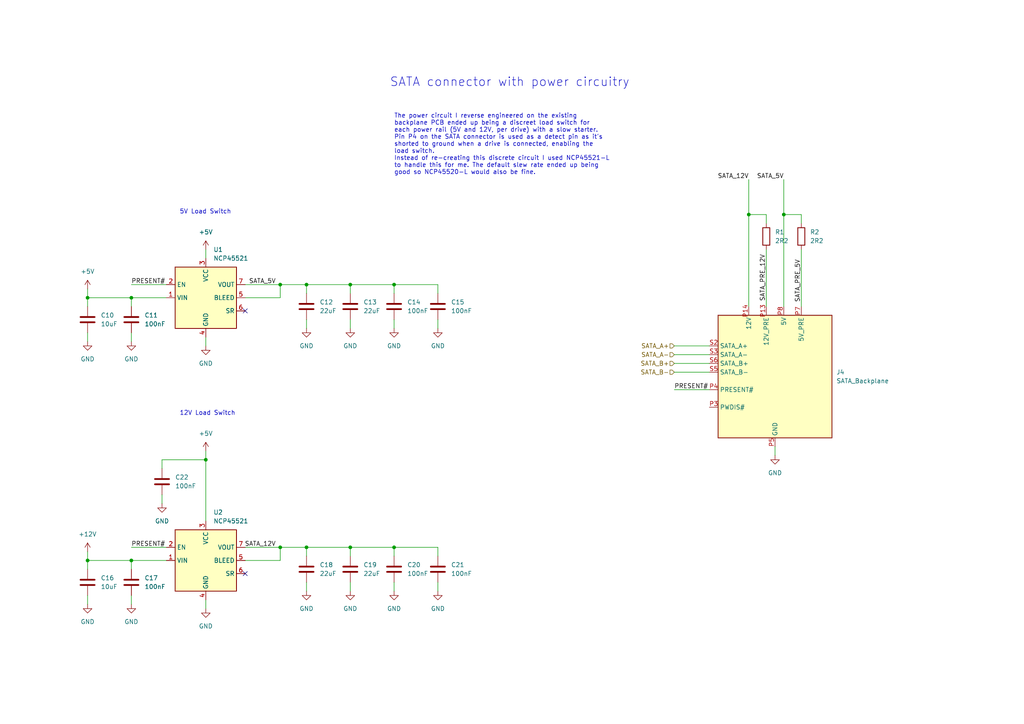
<source format=kicad_sch>
(kicad_sch (version 20230121) (generator eeschema)
  (paper "A4")
  (title_block (title "F3 Backplane SATA") (rev "1.0"))
  (lib_symbols
    (symbol "Connector_Backplane:SATA"
      (property "Reference" "J" (at -15.24 20.32 0))
      (property "Value" "SATA_Backplane" (at 9.398 -19.304 0))
      (symbol "SATA_0_1"
        (rectangle (start -16.51 17.78) (end 16.51 -17.78) (stroke (width 0.254)) (fill (type background)))
      )
      (symbol "SATA_1_1"
        (pin input line (at 0 -20.32 90) (length 2.54) hide (name "GND") (number "P10"))
        (pin input line (at 0 -20.32 90) (length 2.54) hide (name "GND") (number "P12"))
        (pin input line (at -2.54 20.32 270) (length 2.54) (name "12V_PRE") (number "P13"))
        (pin input line (at -7.62 20.32 270) (length 2.54) (name "12V") (number "P14"))
        (pin input line (at -7.62 20.32 270) (length 2.54) hide (name "12V") (number "P15"))
        (pin input line (at -19.05 -8.89 0) (length 2.54) (name "PWDIS#") (number "P3"))
        (pin input line (at -19.05 -3.81 0) (length 2.54) (name "PRESENT#") (number "P4"))
        (pin input line (at 0 -20.32 90) (length 2.54) (name "GND") (number "P5"))
        (pin input line (at 0 -20.32 90) (length 2.54) hide (name "GND") (number "P6"))
        (pin input line (at 7.62 20.32 270) (length 2.54) (name "5V_PRE") (number "P7"))
        (pin input line (at 2.54 20.32 270) (length 2.54) (name "5V") (number "P8"))
        (pin input line (at 2.54 20.32 270) (length 2.54) hide (name "5V") (number "P9"))
        (pin input line (at 0 -20.32 90) (length 2.54) hide (name "GND") (number "S1"))
        (pin input line (at -19.05 8.89 0) (length 2.54) (name "SATA_A+") (number "S2"))
        (pin input line (at -19.05 6.35 0) (length 2.54) (name "SATA_A-") (number "S3"))
        (pin input line (at 0 -20.32 90) (length 2.54) hide (name "GND") (number "S4"))
        (pin input line (at -19.05 1.27 0) (length 2.54) (name "SATA_B-") (number "S5"))
        (pin input line (at -19.05 3.81 0) (length 2.54) (name "SATA_B+") (number "S6"))
        (pin input line (at 0 -20.32 90) (length 2.54) hide (name "GND") (number "S7"))
      )
    )
    (symbol "Device:C" (pin_numbers hide) (pin_names (offset 0.254))
      (property "Reference" "C" (at 0.635 2.54 0))
      (property "Value" "C" (at 0.635 -2.54 0))
      (symbol "C_0_1"
        (polyline (pts (xy -2.032 -0.762) (xy 2.032 -0.762)) (stroke (width 0.508)))
        (polyline (pts (xy -2.032 0.762) (xy 2.032 0.762)) (stroke (width 0.508)))
      )
      (symbol "C_1_1"
        (pin passive line (at 0 3.81 270) (length 2.794) (name "~") (number "1"))
        (pin passive line (at 0 -3.81 90) (length 2.794) (name "~") (number "2"))
      )
    )
    (symbol "Device:R" (pin_numbers hide) (pin_names (offset 0))
      (property "Reference" "R" (at 2.032 0 90))
      (property "Value" "R" (at 0 0 90))
      (symbol "R_0_1"
        (rectangle (start -1.016 -2.54) (end 1.016 2.54) (stroke (width 0.254)))
      )
      (symbol "R_1_1"
        (pin passive line (at 0 3.81 270) (length 1.27) (name "~") (number "1"))
        (pin passive line (at 0 -3.81 90) (length 1.27) (name "~") (number "2"))
      )
    )
    (symbol "Load_Switches:NCP45521"
      (property "Reference" "U" (at -7.62 10.16 0))
      (property "Value" "NCP45521" (at 0 -19.05 0))
      (symbol "NCP45521_0_1"
        (rectangle (start -8.89 8.89) (end 8.89 -8.89) (stroke (width 0.254)) (fill (type background)))
      )
      (symbol "NCP45521_1_1"
        (pin input line (at -11.43 0 0) (length 2.54) (name "VIN") (number "1"))
        (pin passive line (at -11.43 3.81 0) (length 2.54) (name "EN") (number "2"))
        (pin power_in line (at 0 11.43 270) (length 2.54) (name "VCC") (number "3"))
        (pin power_out line (at 0 -11.43 90) (length 2.54) (name "GND") (number "4"))
        (pin passive line (at 11.43 0 180) (length 2.54) (name "BLEED") (number "5"))
        (pin passive line (at 11.43 -3.81 180) (length 2.54) (name "SR") (number "6"))
        (pin output line (at 11.43 3.81 180) (length 2.54) (name "VOUT") (number "7"))
        (pin input line (at -11.43 0 0) (length 2.54) hide (name "VIN") (number "9"))
      )
    )
    (symbol "power:+12V" (power) (pin_names (offset 0))
      (property "Value" "+12V" (at 0 3.556 0))
      (symbol "+12V_0_1"
        (polyline (pts (xy -0.762 1.27) (xy 0 2.54)))
        (polyline (pts (xy 0 0) (xy 0 2.54)))
        (polyline (pts (xy 0 2.54) (xy 0.762 1.27)))
      )
      (symbol "+12V_1_1"
        (pin power_in line (at 0 0 90) (length 0) hide (name "+12V") (number "1"))
      )
    )
    (symbol "power:+5V" (power) (pin_names (offset 0))
      (property "Value" "+5V" (at 0 3.556 0))
      (symbol "+5V_0_1"
        (polyline (pts (xy -0.762 1.27) (xy 0 2.54)))
        (polyline (pts (xy 0 0) (xy 0 2.54)))
        (polyline (pts (xy 0 2.54) (xy 0.762 1.27)))
      )
      (symbol "+5V_1_1"
        (pin power_in line (at 0 0 90) (length 0) hide (name "+5V") (number "1"))
      )
    )
    (symbol "power:GND" (power) (pin_names (offset 0))
      (property "Value" "GND" (at 0 -3.81 0))
      (symbol "GND_0_1"
        (polyline (pts (xy 0 0) (xy 0 -1.27) (xy 1.27 -1.27) (xy 0 -2.54) (xy -1.27 -1.27) (xy 0 -1.27)))
      )
      (symbol "GND_1_1"
        (pin power_in line (at 0 0 270) (length 0) hide (name "GND") (number "1"))
      )
    )
  )
  (junction (at 88.9 82.55))
  (junction (at 81.28 158.75))
  (junction (at 81.28 82.55))
  (junction (at 59.69 133.35))
  (junction (at 38.1 162.56))
  (junction (at 101.6 82.55))
  (junction (at 38.1 86.36))
  (junction (at 25.4 162.56))
  (junction (at 101.6 158.75))
  (junction (at 114.3 82.55))
  (junction (at 217.17 62.23))
  (junction (at 114.3 158.75))
  (junction (at 25.4 86.36))
  (junction (at 88.9 158.75))
  (junction (at 227.33 62.23))
  (no_connect (at 71.12 166.37))
  (no_connect (at 71.12 90.17))
  (wire (pts (xy 88.9 158.75) (xy 101.6 158.75)))
  (wire (pts (xy 127 168.91) (xy 127 171.45)))
  (wire (pts (xy 88.9 82.55) (xy 101.6 82.55)))
  (wire (pts (xy 71.12 162.56) (xy 81.28 162.56)))
  (wire (pts (xy 25.4 86.36) (xy 25.4 83.82)))
  (wire (pts (xy 71.12 86.36) (xy 81.28 86.36)))
  (wire (pts (xy 224.79 129.54) (xy 224.79 132.08)))
  (wire (pts (xy 59.69 173.99) (xy 59.69 176.53)))
  (wire (pts (xy 195.58 105.41) (xy 205.74 105.41)))
  (wire (pts (xy 48.26 86.36) (xy 38.1 86.36)))
  (wire (pts (xy 88.9 82.55) (xy 88.9 85.09)))
  (wire (pts (xy 101.6 82.55) (xy 114.3 82.55)))
  (wire (pts (xy 59.69 130.81) (xy 59.69 133.35)))
  (wire (pts (xy 227.33 62.23) (xy 227.33 88.9)))
  (wire (pts (xy 227.33 52.07) (xy 227.33 62.23)))
  (wire (pts (xy 25.4 162.56) (xy 25.4 165.1)))
  (wire (pts (xy 114.3 92.71) (xy 114.3 95.25)))
  (wire (pts (xy 46.99 135.89) (xy 46.99 133.35)))
  (wire (pts (xy 101.6 158.75) (xy 114.3 158.75)))
  (wire (pts (xy 38.1 162.56) (xy 38.1 165.1)))
  (wire (pts (xy 59.69 72.39) (xy 59.69 74.93)))
  (wire (pts (xy 25.4 86.36) (xy 38.1 86.36)))
  (wire (pts (xy 127 92.71) (xy 127 95.25)))
  (wire (pts (xy 81.28 158.75) (xy 88.9 158.75)))
  (wire (pts (xy 222.25 62.23) (xy 217.17 62.23)))
  (wire (pts (xy 217.17 62.23) (xy 217.17 88.9)))
  (wire (pts (xy 114.3 158.75) (xy 127 158.75)))
  (wire (pts (xy 232.41 64.77) (xy 232.41 62.23)))
  (wire (pts (xy 81.28 82.55) (xy 88.9 82.55)))
  (wire (pts (xy 38.1 86.36) (xy 38.1 88.9)))
  (wire (pts (xy 25.4 162.56) (xy 38.1 162.56)))
  (wire (pts (xy 114.3 82.55) (xy 127 82.55)))
  (wire (pts (xy 88.9 168.91) (xy 88.9 171.45)))
  (wire (pts (xy 217.17 62.23) (xy 217.17 52.07)))
  (wire (pts (xy 25.4 96.52) (xy 25.4 99.06)))
  (wire (pts (xy 38.1 82.55) (xy 48.26 82.55)))
  (wire (pts (xy 81.28 162.56) (xy 81.28 158.75)))
  (wire (pts (xy 195.58 102.87) (xy 205.74 102.87)))
  (wire (pts (xy 101.6 92.71) (xy 101.6 95.25)))
  (wire (pts (xy 101.6 158.75) (xy 101.6 161.29)))
  (wire (pts (xy 195.58 100.33) (xy 205.74 100.33)))
  (wire (pts (xy 59.69 97.79) (xy 59.69 100.33)))
  (wire (pts (xy 232.41 72.39) (xy 232.41 88.9)))
  (wire (pts (xy 71.12 158.75) (xy 81.28 158.75)))
  (wire (pts (xy 71.12 82.55) (xy 81.28 82.55)))
  (wire (pts (xy 46.99 133.35) (xy 59.69 133.35)))
  (wire (pts (xy 101.6 168.91) (xy 101.6 171.45)))
  (wire (pts (xy 114.3 82.55) (xy 114.3 85.09)))
  (wire (pts (xy 38.1 162.56) (xy 48.26 162.56)))
  (wire (pts (xy 101.6 82.55) (xy 101.6 85.09)))
  (wire (pts (xy 195.58 113.03) (xy 205.74 113.03)))
  (wire (pts (xy 195.58 107.95) (xy 205.74 107.95)))
  (wire (pts (xy 25.4 172.72) (xy 25.4 175.26)))
  (wire (pts (xy 114.3 158.75) (xy 114.3 161.29)))
  (wire (pts (xy 127 161.29) (xy 127 158.75)))
  (wire (pts (xy 38.1 172.72) (xy 38.1 175.26)))
  (wire (pts (xy 25.4 162.56) (xy 25.4 160.02)))
  (wire (pts (xy 222.25 64.77) (xy 222.25 62.23)))
  (wire (pts (xy 88.9 92.71) (xy 88.9 95.25)))
  (wire (pts (xy 222.25 72.39) (xy 222.25 88.9)))
  (wire (pts (xy 25.4 86.36) (xy 25.4 88.9)))
  (wire (pts (xy 38.1 96.52) (xy 38.1 99.06)))
  (wire (pts (xy 232.41 62.23) (xy 227.33 62.23)))
  (wire (pts (xy 38.1 158.75) (xy 48.26 158.75)))
  (wire (pts (xy 88.9 158.75) (xy 88.9 161.29)))
  (wire (pts (xy 81.28 86.36) (xy 81.28 82.55)))
  (wire (pts (xy 46.99 143.51) (xy 46.99 146.05)))
  (wire (pts (xy 127 85.09) (xy 127 82.55)))
  (wire (pts (xy 59.69 133.35) (xy 59.69 151.13)))
  (wire (pts (xy 114.3 168.91) (xy 114.3 171.45)))
  (text "12V Load Switch" (at 52.07 120.65 0) (effects (font (size 1.27 1.27)) (justify left bottom)))
  (text "The power circuit I reverse engineered on the existing\nbackplane PCB ended up being a discreet load switch for\neach power rail (5V and 12V, per drive) with a slow starter.\nPin P4 on the SATA connector is used as a detect pin as it's\nshorted to ground when a drive is connected, enabling the\nload switch.\nInstead of re-creating this discrete circuit I used NCP45521-L\nto handle this for me. The default slew rate ended up being\ngood so NCP45520-L would also be fine." (at 114.3 50.8 0) (effects (font (size 1.27 1.27)) (justify left bottom)))
  (text "SATA connector with power circuitry" (at 113.03 25.4 0) (effects (font (size 2.54 2.54)) (justify left bottom)))
  (text "5V Load Switch" (at 52.07 62.23 0) (effects (font (size 1.27 1.27)) (justify left bottom)))
  (label "SATA_5V" (at 227.33 52.07 180))
  (label "PRESENT#" (at 38.1 158.75 0))
  (label "SATA_PRE_12V" (at 222.25 73.66 270))
  (label "SATA_12V" (at 217.17 52.07 180))
  (label "SATA_12V" (at 80.01 158.75 180))
  (label "SATA_PRE_5V" (at 232.41 87.63 90))
  (label "SATA_5V" (at 80.01 82.55 180))
  (label "PRESENT#" (at 38.1 82.55 0))
  (label "PRESENT#" (at 195.58 113.03 0))
  (hierarchical_label "SATA_A+" (shape input) (at 195.58 100.33 180))
  (hierarchical_label "SATA_B+" (shape input) (at 195.58 105.41 180))
  (hierarchical_label "SATA_B-" (shape input) (at 195.58 107.95 180))
  (hierarchical_label "SATA_A-" (shape input) (at 195.58 102.87 180))
  (symbol (lib_id "power:GND") (at 224.79 132.08 0) (unit 1)
    (property "Reference" "#PWR047" (effects hide))
    (property "Value" "GND" (at 224.79 137.16 0))
    (instances (project "f3_backplane" (path "" (reference "#PWR047") (unit 1)) (path "" (reference "#PWR048") (unit 1))))
  )
  (symbol (lib_id "power:GND") (at 127 171.45 0) (unit 1)
    (property "Reference" "#PWR036" (effects hide))
    (property "Value" "GND" (at 127 176.53 0))
    (instances (project "f3_backplane" (path "" (reference "#PWR036") (unit 1)) (path "" (reference "#PWR040") (unit 1))))
  )
  (symbol (lib_id "power:GND") (at 114.3 95.25 0) (unit 1)
    (property "Reference" "#PWR023" (effects hide))
    (property "Value" "GND" (at 114.3 100.33 0))
    (instances (project "f3_backplane" (path "" (reference "#PWR023") (unit 1)) (path "" (reference "#PWR024") (unit 1))))
  )
  (symbol (lib_id "power:GND") (at 38.1 99.06 0) (unit 1)
    (property "Reference" "#PWR017" (effects hide))
    (property "Value" "GND" (at 38.1 104.14 0))
    (instances (project "f3_backplane" (path "" (reference "#PWR017") (unit 1)) (path "" (reference "#PWR018") (unit 1))))
  )
  (symbol (lib_id "Device:C") (at 88.9 165.1 0) (unit 1)
    (property "Reference" "C18" (at 92.71 163.83 0) (effects (justify left)))
    (property "Value" "22uF" (at 92.71 166.37 0) (effects (justify left)))
    (property "Footprint" "Capacitor_SMD:C_0805_2012Metric" (effects hide))
    (instances (project "f3_backplane" (path "" (reference "C18") (unit 1)) (path "" (reference "C38") (unit 1))))
  )
  (symbol (lib_id "Device:C") (at 101.6 88.9 0) (unit 1)
    (property "Reference" "C13" (at 105.41 87.63 0) (effects (justify left)))
    (property "Value" "22uF" (at 105.41 90.17 0) (effects (justify left)))
    (property "Footprint" "Capacitor_SMD:C_0805_2012Metric" (effects hide))
    (instances (project "f3_backplane" (path "" (reference "C13") (unit 1)) (path "" (reference "C33") (unit 1))))
  )
  (symbol (lib_id "Device:C") (at 25.4 92.71 0) (unit 1)
    (property "Reference" "C10" (at 29.21 91.44 0) (effects (justify left)))
    (property "Value" "10uF" (at 29.21 93.98 0) (effects (justify left)))
    (property "Footprint" "Capacitor_SMD:C_0805_2012Metric" (effects hide))
    (instances (project "f3_backplane" (path "" (reference "C10") (unit 1)) (path "" (reference "C30") (unit 1))))
  )
  (symbol (lib_id "power:GND") (at 59.69 100.33 0) (unit 1)
    (property "Reference" "#PWR015" (effects hide))
    (property "Value" "GND" (at 59.69 105.41 0))
    (instances (project "f3_backplane" (path "" (reference "#PWR015") (unit 1)) (path "" (reference "#PWR016") (unit 1))))
  )
  (symbol (lib_id "power:GND") (at 88.9 95.25 0) (unit 1)
    (property "Reference" "#PWR019" (effects hide))
    (property "Value" "GND" (at 88.9 100.33 0))
    (instances (project "f3_backplane" (path "" (reference "#PWR019") (unit 1)) (path "" (reference "#PWR020") (unit 1))))
  )
  (symbol (lib_id "Device:R") (at 222.25 68.58 0) (unit 1)
    (property "Reference" "R1" (at 224.79 67.31 0) (effects (justify left)))
    (property "Value" "2R2" (at 224.79 69.85 0) (effects (justify left)))
    (property "Footprint" "Resistor_SMD:R_2512_6332Metric" (effects hide))
    (instances (project "f3_backplane" (path "" (reference "R1") (unit 1)) (path "" (reference "R3") (unit 1))))
  )
  (symbol (lib_id "Device:C") (at 114.3 165.1 0) (unit 1)
    (property "Reference" "C20" (at 118.11 163.83 0) (effects (justify left)))
    (property "Value" "100nF" (at 118.11 166.37 0) (effects (justify left)))
    (property "Footprint" "Capacitor_SMD:C_0603_1608Metric" (effects hide))
    (instances (project "f3_backplane" (path "" (reference "C20") (unit 1)) (path "" (reference "C40") (unit 1))))
  )
  (symbol (lib_id "Device:C") (at 38.1 168.91 0) (unit 1)
    (property "Reference" "C17" (at 41.91 167.64 0) (effects (justify left)))
    (property "Value" "100nF" (at 41.91 170.18 0) (effects (justify left)))
    (property "Footprint" "Capacitor_SMD:C_0603_1608Metric" (effects hide))
    (instances (project "f3_backplane" (path "" (reference "C17") (unit 1)) (path "" (reference "C37") (unit 1))))
  )
  (symbol (lib_id "Device:C") (at 25.4 168.91 0) (unit 1)
    (property "Reference" "C16" (at 29.21 167.64 0) (effects (justify left)))
    (property "Value" "10uF" (at 29.21 170.18 0) (effects (justify left)))
    (property "Footprint" "Capacitor_SMD:C_0805_2012Metric" (effects hide))
    (instances (project "f3_backplane" (path "" (reference "C16") (unit 1)) (path "" (reference "C36") (unit 1))))
  )
  (symbol (lib_id "Device:C") (at 88.9 88.9 0) (unit 1)
    (property "Reference" "C12" (at 92.71 87.63 0) (effects (justify left)))
    (property "Value" "22uF" (at 92.71 90.17 0) (effects (justify left)))
    (property "Footprint" "Capacitor_SMD:C_0805_2012Metric" (effects hide))
    (instances (project "f3_backplane" (path "" (reference "C12") (unit 1)) (path "" (reference "C32") (unit 1))))
  )
  (symbol (lib_id "power:+5V") (at 59.69 130.81 0) (unit 1)
    (property "Reference" "#PWR043" (effects hide))
    (property "Value" "+5V" (at 59.69 125.73 0))
    (instances (project "f3_backplane" (path "" (reference "#PWR043") (unit 1)) (path "" (reference "#PWR044") (unit 1))))
  )
  (symbol (lib_id "power:GND") (at 25.4 99.06 0) (unit 1)
    (property "Reference" "#PWR013" (effects hide))
    (property "Value" "GND" (at 25.4 104.14 0))
    (instances (project "f3_backplane" (path "" (reference "#PWR013") (unit 1)) (path "" (reference "#PWR014") (unit 1))))
  )
  (symbol (lib_id "power:+5V") (at 59.69 72.39 0) (unit 1)
    (property "Reference" "#PWR09" (effects hide))
    (property "Value" "+5V" (at 59.69 67.31 0))
    (instances (project "f3_backplane" (path "" (reference "#PWR09") (unit 1)) (path "" (reference "#PWR010") (unit 1))))
  )
  (symbol (lib_id "Device:R") (at 232.41 68.58 0) (unit 1)
    (property "Reference" "R2" (at 234.95 67.31 0) (effects (justify left)))
    (property "Value" "2R2" (at 234.95 69.85 0) (effects (justify left)))
    (property "Footprint" "Resistor_SMD:R_2512_6332Metric" (effects hide))
    (instances (project "f3_backplane" (path "" (reference "R2") (unit 1)) (path "" (reference "R4") (unit 1))))
  )
  (symbol (lib_id "Device:C") (at 38.1 92.71 0) (unit 1)
    (property "Reference" "C11" (at 41.91 91.44 0) (effects (justify left)))
    (property "Value" "100nF" (at 41.91 93.98 0) (effects (justify left)))
    (property "Footprint" "Capacitor_SMD:C_0603_1608Metric" (effects hide))
    (instances (project "f3_backplane" (path "" (reference "C11") (unit 1)) (path "" (reference "C31") (unit 1))))
  )
  (symbol (lib_id "power:GND") (at 46.99 146.05 0) (unit 1)
    (property "Reference" "#PWR045" (effects hide))
    (property "Value" "GND" (at 46.99 151.13 0))
    (instances (project "f3_backplane" (path "" (reference "#PWR045") (unit 1)) (path "" (reference "#PWR046") (unit 1))))
  )
  (symbol (lib_id "Device:C") (at 127 165.1 0) (unit 1)
    (property "Reference" "C21" (at 130.81 163.83 0) (effects (justify left)))
    (property "Value" "100nF" (at 130.81 166.37 0) (effects (justify left)))
    (property "Footprint" "Capacitor_SMD:C_0603_1608Metric" (effects hide))
    (instances (project "f3_backplane" (path "" (reference "C21") (unit 1)) (path "" (reference "C41") (unit 1))))
  )
  (symbol (lib_id "power:GND") (at 59.69 176.53 0) (unit 1)
    (property "Reference" "#PWR041" (effects hide))
    (property "Value" "GND" (at 59.69 181.61 0))
    (instances (project "f3_backplane" (path "" (reference "#PWR041") (unit 1)) (path "" (reference "#PWR042") (unit 1))))
  )
  (symbol (lib_id "Load_Switches:NCP45521") (at 59.69 162.56 0) (unit 1)
    (property "Reference" "U2" (at 61.8841 148.59 0) (effects (justify left)))
    (property "Value" "NCP45521" (at 61.8841 151.13 0) (effects (justify left)))
    (property "Footprint" "Load_Switches:NCP45521" (effects hide))
    (instances (project "f3_backplane" (path "" (reference "U2") (unit 1)) (path "" (reference "U4") (unit 1))))
  )
  (symbol (lib_id "power:GND") (at 127 95.25 0) (unit 1)
    (property "Reference" "#PWR025" (effects hide))
    (property "Value" "GND" (at 127 100.33 0))
    (instances (project "f3_backplane" (path "" (reference "#PWR025") (unit 1)) (path "" (reference "#PWR026") (unit 1))))
  )
  (symbol (lib_id "Load_Switches:NCP45521") (at 59.69 86.36 0) (unit 1)
    (property "Reference" "U1" (at 61.8841 72.39 0) (effects (justify left)))
    (property "Value" "NCP45521" (at 61.8841 74.93 0) (effects (justify left)))
    (property "Footprint" "Load_Switches:NCP45521" (effects hide))
    (instances (project "f3_backplane" (path "" (reference "U1") (unit 1)) (path "" (reference "U3") (unit 1))))
  )
  (symbol (lib_id "Device:C") (at 114.3 88.9 0) (unit 1)
    (property "Reference" "C14" (at 118.11 87.63 0) (effects (justify left)))
    (property "Value" "100nF" (at 118.11 90.17 0) (effects (justify left)))
    (property "Footprint" "Capacitor_SMD:C_0603_1608Metric" (effects hide))
    (instances (project "f3_backplane" (path "" (reference "C14") (unit 1)) (path "" (reference "C34") (unit 1))))
  )
  (symbol (lib_id "power:GND") (at 25.4 175.26 0) (unit 1)
    (property "Reference" "#PWR028" (effects hide))
    (property "Value" "GND" (at 25.4 180.34 0))
    (instances (project "f3_backplane" (path "" (reference "#PWR028") (unit 1)) (path "" (reference "#PWR031") (unit 1))))
  )
  (symbol (lib_id "Device:C") (at 46.99 139.7 0) (unit 1)
    (property "Reference" "C22" (at 50.8 138.43 0) (effects (justify left)))
    (property "Value" "100nF" (at 50.8 140.97 0) (effects (justify left)))
    (property "Footprint" "Capacitor_SMD:C_0603_1608Metric" (effects hide))
    (instances (project "f3_backplane" (path "" (reference "C22") (unit 1)) (path "" (reference "C42") (unit 1))))
  )
  (symbol (lib_id "Device:C") (at 127 88.9 0) (unit 1)
    (property "Reference" "C15" (at 130.81 87.63 0) (effects (justify left)))
    (property "Value" "100nF" (at 130.81 90.17 0) (effects (justify left)))
    (property "Footprint" "Capacitor_SMD:C_0603_1608Metric" (effects hide))
    (instances (project "f3_backplane" (path "" (reference "C15") (unit 1)) (path "" (reference "C35") (unit 1))))
  )
  (symbol (lib_id "power:GND") (at 88.9 171.45 0) (unit 1)
    (property "Reference" "#PWR033" (effects hide))
    (property "Value" "GND" (at 88.9 176.53 0))
    (instances (project "f3_backplane" (path "" (reference "#PWR033") (unit 1)) (path "" (reference "#PWR037") (unit 1))))
  )
  (symbol (lib_id "power:GND") (at 101.6 95.25 0) (unit 1)
    (property "Reference" "#PWR021" (effects hide))
    (property "Value" "GND" (at 101.6 100.33 0))
    (instances (project "f3_backplane" (path "" (reference "#PWR021") (unit 1)) (path "" (reference "#PWR022") (unit 1))))
  )
  (symbol (lib_id "Device:C") (at 101.6 165.1 0) (unit 1)
    (property "Reference" "C19" (at 105.41 163.83 0) (effects (justify left)))
    (property "Value" "22uF" (at 105.41 166.37 0) (effects (justify left)))
    (property "Footprint" "Capacitor_SMD:C_0805_2012Metric" (effects hide))
    (instances (project "f3_backplane" (path "" (reference "C19") (unit 1)) (path "" (reference "C39") (unit 1))))
  )
  (symbol (lib_id "power:+12V") (at 25.4 160.02 0) (unit 1)
    (property "Reference" "#PWR027" (effects hide))
    (property "Value" "+12V" (at 25.4 154.94 0))
    (instances (project "f3_backplane" (path "" (reference "#PWR027") (unit 1)) (path "" (reference "#PWR030") (unit 1))))
  )
  (symbol (lib_id "power:GND") (at 101.6 171.45 0) (unit 1)
    (property "Reference" "#PWR034" (effects hide))
    (property "Value" "GND" (at 101.6 176.53 0))
    (instances (project "f3_backplane" (path "" (reference "#PWR034") (unit 1)) (path "" (reference "#PWR038") (unit 1))))
  )
  (symbol (lib_id "power:GND") (at 114.3 171.45 0) (unit 1)
    (property "Reference" "#PWR035" (effects hide))
    (property "Value" "GND" (at 114.3 176.53 0))
    (instances (project "f3_backplane" (path "" (reference "#PWR035") (unit 1)) (path "" (reference "#PWR039") (unit 1))))
  )
  (symbol (lib_id "Connector_Backplane:SATA") (at 224.79 109.22 0) (unit 1)
    (property "Reference" "J4" (at 242.57 107.95 0) (effects (justify left)))
    (property "Value" "SATA_Backplane" (at 242.57 110.49 0) (effects (justify left)))
    (property "Footprint" "Connector_Backplane:Molex_0877011001" (effects hide))
    (instances (project "f3_backplane" (path "" (reference "J4") (unit 1)) (path "" (reference "J3") (unit 1))))
  )
  (symbol (lib_id "power:+5V") (at 25.4 83.82 0) (unit 1)
    (property "Reference" "#PWR011" (effects hide))
    (property "Value" "+5V" (at 25.4 78.74 0))
    (instances (project "f3_backplane" (path "" (reference "#PWR011") (unit 1)) (path "" (reference "#PWR012") (unit 1))))
  )
  (symbol (lib_id "power:GND") (at 38.1 175.26 0) (unit 1)
    (property "Reference" "#PWR029" (effects hide))
    (property "Value" "GND" (at 38.1 180.34 0))
    (instances (project "f3_backplane" (path "" (reference "#PWR029") (unit 1)) (path "" (reference "#PWR032") (unit 1))))
  )
)
</source>
